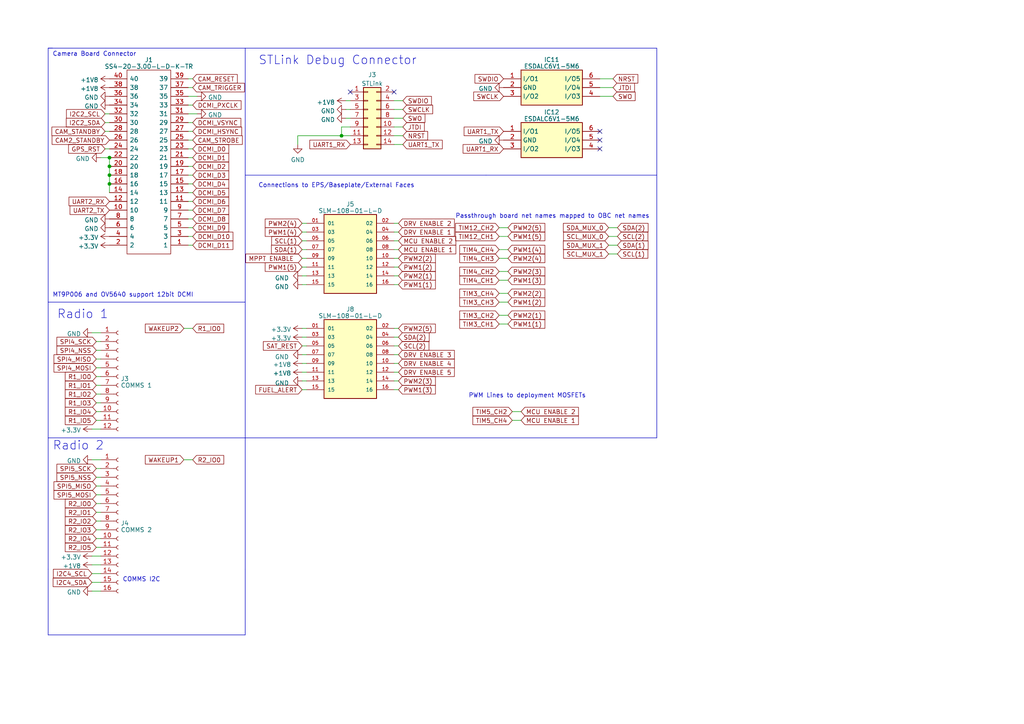
<source format=kicad_sch>
(kicad_sch (version 20230121) (generator eeschema)
  (paper "A4")
  (title_block (title "OBC-Flight") (date "2023-08-07") (rev "Rev0") (company "WIT PicoSat") (comment 1 "By: Kieran Shanley"))
  (lib_symbols
    (symbol "+1V8_1" (power) (pin_names (offset 0))
      (property "Value" "+1V8_1" (at 0 3.556 0))
      (symbol "+1V8_1_0_1"
        (polyline (pts (xy -0.762 1.27) (xy 0 2.54)))
        (polyline (pts (xy 0 0) (xy 0 2.54)))
        (polyline (pts (xy 0 2.54) (xy 0.762 1.27)))
      )
      (symbol "+1V8_1_1_1"
        (pin power_in line (at 0 0 90) (length 0) hide (name "+1V8") (number "1"))
      )
    )
    (symbol "+1V8_2" (power) (pin_names (offset 0))
      (property "Value" "+1V8_2" (at 0 3.556 0))
      (symbol "+1V8_2_0_1"
        (polyline (pts (xy -0.762 1.27) (xy 0 2.54)))
        (polyline (pts (xy 0 0) (xy 0 2.54)))
        (polyline (pts (xy 0 2.54) (xy 0.762 1.27)))
      )
      (symbol "+1V8_2_1_1"
        (pin power_in line (at 0 0 90) (length 0) hide (name "+1V8") (number "1"))
      )
    )
    (symbol "+1V8_3" (power) (pin_names (offset 0))
      (property "Value" "+1V8_3" (at 0 3.556 0))
      (symbol "+1V8_3_0_1"
        (polyline (pts (xy -0.762 1.27) (xy 0 2.54)))
        (polyline (pts (xy 0 0) (xy 0 2.54)))
        (polyline (pts (xy 0 2.54) (xy 0.762 1.27)))
      )
      (symbol "+1V8_3_1_1"
        (pin power_in line (at 0 0 90) (length 0) hide (name "+1V8") (number "1"))
      )
    )
    (symbol "Connector:Conn_01x12_Socket" (pin_names (offset 1.016) hide)
      (property "Reference" "J" (at 0 15.24 0))
      (property "Value" "Conn_01x12_Socket" (at 0 -17.78 0))
      (symbol "Conn_01x12_Socket_1_1"
        (arc (start 0 -14.732) (mid -0.5058 -15.24) (end 0 -15.748) (stroke (width 0.1524)))
        (arc (start 0 -12.192) (mid -0.5058 -12.7) (end 0 -13.208) (stroke (width 0.1524)))
        (arc (start 0 -9.652) (mid -0.5058 -10.16) (end 0 -10.668) (stroke (width 0.1524)))
        (arc (start 0 -7.112) (mid -0.5058 -7.62) (end 0 -8.128) (stroke (width 0.1524)))
        (arc (start 0 -4.572) (mid -0.5058 -5.08) (end 0 -5.588) (stroke (width 0.1524)))
        (arc (start 0 -2.032) (mid -0.5058 -2.54) (end 0 -3.048) (stroke (width 0.1524)))
        (polyline (pts (xy -1.27 -15.24) (xy -0.508 -15.24)) (stroke (width 0.1524)))
        (polyline (pts (xy -1.27 -12.7) (xy -0.508 -12.7)) (stroke (width 0.1524)))
        (polyline (pts (xy -1.27 -10.16) (xy -0.508 -10.16)) (stroke (width 0.1524)))
        (polyline (pts (xy -1.27 -7.62) (xy -0.508 -7.62)) (stroke (width 0.1524)))
        (polyline (pts (xy -1.27 -5.08) (xy -0.508 -5.08)) (stroke (width 0.1524)))
        (polyline (pts (xy -1.27 -2.54) (xy -0.508 -2.54)) (stroke (width 0.1524)))
        (polyline (pts (xy -1.27 0) (xy -0.508 0)) (stroke (width 0.1524)))
        (polyline (pts (xy -1.27 2.54) (xy -0.508 2.54)) (stroke (width 0.1524)))
        (polyline (pts (xy -1.27 5.08) (xy -0.508 5.08)) (stroke (width 0.1524)))
        (polyline (pts (xy -1.27 7.62) (xy -0.508 7.62)) (stroke (width 0.1524)))
        (polyline (pts (xy -1.27 10.16) (xy -0.508 10.16)) (stroke (width 0.1524)))
        (polyline (pts (xy -1.27 12.7) (xy -0.508 12.7)) (stroke (width 0.1524)))
        (arc (start 0 0.508) (mid -0.5058 0) (end 0 -0.508) (stroke (width 0.1524)))
        (arc (start 0 3.048) (mid -0.5058 2.54) (end 0 2.032) (stroke (width 0.1524)))
        (arc (start 0 5.588) (mid -0.5058 5.08) (end 0 4.572) (stroke (width 0.1524)))
        (arc (start 0 8.128) (mid -0.5058 7.62) (end 0 7.112) (stroke (width 0.1524)))
        (arc (start 0 10.668) (mid -0.5058 10.16) (end 0 9.652) (stroke (width 0.1524)))
        (arc (start 0 13.208) (mid -0.5058 12.7) (end 0 12.192) (stroke (width 0.1524)))
        (pin passive line (at -5.08 12.7 0) (length 3.81) (name "Pin_1") (number "1"))
        (pin passive line (at -5.08 -10.16 0) (length 3.81) (name "Pin_10") (number "10"))
        (pin passive line (at -5.08 -12.7 0) (length 3.81) (name "Pin_11") (number "11"))
        (pin passive line (at -5.08 -15.24 0) (length 3.81) (name "Pin_12") (number "12"))
        (pin passive line (at -5.08 10.16 0) (length 3.81) (name "Pin_2") (number "2"))
        (pin passive line (at -5.08 7.62 0) (length 3.81) (name "Pin_3") (number "3"))
        (pin passive line (at -5.08 5.08 0) (length 3.81) (name "Pin_4") (number "4"))
        (pin passive line (at -5.08 2.54 0) (length 3.81) (name "Pin_5") (number "5"))
        (pin passive line (at -5.08 0 0) (length 3.81) (name "Pin_6") (number "6"))
        (pin passive line (at -5.08 -2.54 0) (length 3.81) (name "Pin_7") (number "7"))
        (pin passive line (at -5.08 -5.08 0) (length 3.81) (name "Pin_8") (number "8"))
        (pin passive line (at -5.08 -7.62 0) (length 3.81) (name "Pin_9") (number "9"))
      )
    )
    (symbol "Connector:Conn_01x16_Socket" (pin_names (offset 1.016) hide)
      (property "Reference" "J" (at 0 20.32 0))
      (property "Value" "Conn_01x16_Socket" (at 0 -22.86 0))
      (symbol "Conn_01x16_Socket_1_1"
        (arc (start 0 -19.812) (mid -0.5058 -20.32) (end 0 -20.828) (stroke (width 0.1524)))
        (arc (start 0 -17.272) (mid -0.5058 -17.78) (end 0 -18.288) (stroke (width 0.1524)))
        (arc (start 0 -14.732) (mid -0.5058 -15.24) (end 0 -15.748) (stroke (width 0.1524)))
        (arc (start 0 -12.192) (mid -0.5058 -12.7) (end 0 -13.208) (stroke (width 0.1524)))
        (arc (start 0 -9.652) (mid -0.5058 -10.16) (end 0 -10.668) (stroke (width 0.1524)))
        (arc (start 0 -7.112) (mid -0.5058 -7.62) (end 0 -8.128) (stroke (width 0.1524)))
        (arc (start 0 -4.572) (mid -0.5058 -5.08) (end 0 -5.588) (stroke (width 0.1524)))
        (arc (start 0 -2.032) (mid -0.5058 -2.54) (end 0 -3.048) (stroke (width 0.1524)))
        (polyline (pts (xy -1.27 -20.32) (xy -0.508 -20.32)) (stroke (width 0.1524)))
        (polyline (pts (xy -1.27 -17.78) (xy -0.508 -17.78)) (stroke (width 0.1524)))
        (polyline (pts (xy -1.27 -15.24) (xy -0.508 -15.24)) (stroke (width 0.1524)))
        (polyline (pts (xy -1.27 -12.7) (xy -0.508 -12.7)) (stroke (width 0.1524)))
        (polyline (pts (xy -1.27 -10.16) (xy -0.508 -10.16)) (stroke (width 0.1524)))
        (polyline (pts (xy -1.27 -7.62) (xy -0.508 -7.62)) (stroke (width 0.1524)))
        (polyline (pts (xy -1.27 -5.08) (xy -0.508 -5.08)) (stroke (width 0.1524)))
        (polyline (pts (xy -1.27 -2.54) (xy -0.508 -2.54)) (stroke (width 0.1524)))
        (polyline (pts (xy -1.27 0) (xy -0.508 0)) (stroke (width 0.1524)))
        (polyline (pts (xy -1.27 2.54) (xy -0.508 2.54)) (stroke (width 0.1524)))
        (polyline (pts (xy -1.27 5.08) (xy -0.508 5.08)) (stroke (width 0.1524)))
        (polyline (pts (xy -1.27 7.62) (xy -0.508 7.62)) (stroke (width 0.1524)))
        (polyline (pts (xy -1.27 10.16) (xy -0.508 10.16)) (stroke (width 0.1524)))
        (polyline (pts (xy -1.27 12.7) (xy -0.508 12.7)) (stroke (width 0.1524)))
        (polyline (pts (xy -1.27 15.24) (xy -0.508 15.24)) (stroke (width 0.1524)))
        (polyline (pts (xy -1.27 17.78) (xy -0.508 17.78)) (stroke (width 0.1524)))
        (arc (start 0 0.508) (mid -0.5058 0) (end 0 -0.508) (stroke (width 0.1524)))
        (arc (start 0 3.048) (mid -0.5058 2.54) (end 0 2.032) (stroke (width 0.1524)))
        (arc (start 0 5.588) (mid -0.5058 5.08) (end 0 4.572) (stroke (width 0.1524)))
        (arc (start 0 8.128) (mid -0.5058 7.62) (end 0 7.112) (stroke (width 0.1524)))
        (arc (start 0 10.668) (mid -0.5058 10.16) (end 0 9.652) (stroke (width 0.1524)))
        (arc (start 0 13.208) (mid -0.5058 12.7) (end 0 12.192) (stroke (width 0.1524)))
        (arc (start 0 15.748) (mid -0.5058 15.24) (end 0 14.732) (stroke (width 0.1524)))
        (arc (start 0 18.288) (mid -0.5058 17.78) (end 0 17.272) (stroke (width 0.1524)))
        (pin passive line (at -5.08 17.78 0) (length 3.81) (name "Pin_1") (number "1"))
        (pin passive line (at -5.08 -5.08 0) (length 3.81) (name "Pin_10") (number "10"))
        (pin passive line (at -5.08 -7.62 0) (length 3.81) (name "Pin_11") (number "11"))
        (pin passive line (at -5.08 -10.16 0) (length 3.81) (name "Pin_12") (number "12"))
        (pin passive line (at -5.08 -12.7 0) (length 3.81) (name "Pin_13") (number "13"))
        (pin passive line (at -5.08 -15.24 0) (length 3.81) (name "Pin_14") (number "14"))
        (pin passive line (at -5.08 -17.78 0) (length 3.81) (name "Pin_15") (number "15"))
        (pin passive line (at -5.08 -20.32 0) (length 3.81) (name "Pin_16") (number "16"))
        (pin passive line (at -5.08 15.24 0) (length 3.81) (name "Pin_2") (number "2"))
        (pin passive line (at -5.08 12.7 0) (length 3.81) (name "Pin_3") (number "3"))
        (pin passive line (at -5.08 10.16 0) (length 3.81) (name "Pin_4") (number "4"))
        (pin passive line (at -5.08 7.62 0) (length 3.81) (name "Pin_5") (number "5"))
        (pin passive line (at -5.08 5.08 0) (length 3.81) (name "Pin_6") (number "6"))
        (pin passive line (at -5.08 2.54 0) (length 3.81) (name "Pin_7") (number "7"))
        (pin passive line (at -5.08 0 0) (length 3.81) (name "Pin_8") (number "8"))
        (pin passive line (at -5.08 -2.54 0) (length 3.81) (name "Pin_9") (number "9"))
      )
    )
    (symbol "Connector_Generic:Conn_02x07_Odd_Even" (pin_names (offset 1.016) hide)
      (property "Reference" "J" (at 1.27 10.16 0))
      (property "Value" "Conn_02x07_Odd_Even" (at 1.27 -10.16 0))
      (symbol "Conn_02x07_Odd_Even_1_1"
        (rectangle (start -1.27 -7.493) (end 0 -7.747) (stroke (width 0.1524)))
        (rectangle (start -1.27 -4.953) (end 0 -5.207) (stroke (width 0.1524)))
        (rectangle (start -1.27 -2.413) (end 0 -2.667) (stroke (width 0.1524)))
        (rectangle (start -1.27 0.127) (end 0 -0.127) (stroke (width 0.1524)))
        (rectangle (start -1.27 2.667) (end 0 2.413) (stroke (width 0.1524)))
        (rectangle (start -1.27 5.207) (end 0 4.953) (stroke (width 0.1524)))
        (rectangle (start -1.27 7.747) (end 0 7.493) (stroke (width 0.1524)))
        (rectangle (start -1.27 8.89) (end 3.81 -8.89) (stroke (width 0.254)) (fill (type background)))
        (rectangle (start 3.81 -7.493) (end 2.54 -7.747) (stroke (width 0.1524)))
        (rectangle (start 3.81 -4.953) (end 2.54 -5.207) (stroke (width 0.1524)))
        (rectangle (start 3.81 -2.413) (end 2.54 -2.667) (stroke (width 0.1524)))
        (rectangle (start 3.81 0.127) (end 2.54 -0.127) (stroke (width 0.1524)))
        (rectangle (start 3.81 2.667) (end 2.54 2.413) (stroke (width 0.1524)))
        (rectangle (start 3.81 5.207) (end 2.54 4.953) (stroke (width 0.1524)))
        (rectangle (start 3.81 7.747) (end 2.54 7.493) (stroke (width 0.1524)))
        (pin passive line (at -5.08 7.62 0) (length 3.81) (name "Pin_1") (number "1"))
        (pin passive line (at 7.62 -2.54 180) (length 3.81) (name "Pin_10") (number "10"))
        (pin passive line (at -5.08 -5.08 0) (length 3.81) (name "Pin_11") (number "11"))
        (pin passive line (at 7.62 -5.08 180) (length 3.81) (name "Pin_12") (number "12"))
        (pin passive line (at -5.08 -7.62 0) (length 3.81) (name "Pin_13") (number "13"))
        (pin passive line (at 7.62 -7.62 180) (length 3.81) (name "Pin_14") (number "14"))
        (pin passive line (at 7.62 7.62 180) (length 3.81) (name "Pin_2") (number "2"))
        (pin passive line (at -5.08 5.08 0) (length 3.81) (name "Pin_3") (number "3"))
        (pin passive line (at 7.62 5.08 180) (length 3.81) (name "Pin_4") (number "4"))
        (pin passive line (at -5.08 2.54 0) (length 3.81) (name "Pin_5") (number "5"))
        (pin passive line (at 7.62 2.54 180) (length 3.81) (name "Pin_6") (number "6"))
        (pin passive line (at -5.08 0 0) (length 3.81) (name "Pin_7") (number "7"))
        (pin passive line (at 7.62 0 180) (length 3.81) (name "Pin_8") (number "8"))
        (pin passive line (at -5.08 -2.54 0) (length 3.81) (name "Pin_9") (number "9"))
      )
    )
    (symbol "ESDALC6V1-5M6:ESDALC6V1-5M6"
      (property "Reference" "IC" (at 24.13 7.62 0))
      (property "Value" "ESDALC6V1-5M6" (at 24.13 5.08 0))
      (symbol "ESDALC6V1-5M6_1_1"
        (rectangle (start 5.08 2.54) (end 22.86 -7.62) (stroke (width 0.254)) (fill (type background)))
        (pin passive line (at 0 0 0) (length 5.08) (name "I/O1") (number "1"))
        (pin passive line (at 0 -2.54 0) (length 5.08) (name "GND") (number "2"))
        (pin passive line (at 0 -5.08 0) (length 5.08) (name "I/O2") (number "3"))
        (pin passive line (at 27.94 -5.08 180) (length 5.08) (name "I/O3") (number "4"))
        (pin passive line (at 27.94 -2.54 180) (length 5.08) (name "I/O4") (number "5"))
        (pin passive line (at 27.94 0 180) (length 5.08) (name "I/O5") (number "6"))
      )
    )
    (symbol "SLM-108-01-L-D:SLM-108-01-L-D" (pin_names (offset 1.016))
      (property "Reference" "J" (at -8.12 11.276 0))
      (property "Value" "SLM-108-01-L-D" (at -7.62 -15.24 0))
      (symbol "SLM-108-01-L-D_0_0"
        (rectangle (start -7.62 -12.7) (end 7.62 10.16) (stroke (width 0.254)) (fill (type background)))
        (pin passive line (at -12.7 7.62 0) (length 5.08) (name "01") (number "01"))
        (pin passive line (at 12.7 7.62 180) (length 5.08) (name "02") (number "02"))
        (pin passive line (at -12.7 5.08 0) (length 5.08) (name "03") (number "03"))
        (pin passive line (at 12.7 5.08 180) (length 5.08) (name "04") (number "04"))
        (pin passive line (at -12.7 2.54 0) (length 5.08) (name "05") (number "05"))
        (pin passive line (at 12.7 2.54 180) (length 5.08) (name "06") (number "06"))
        (pin passive line (at -12.7 0 0) (length 5.08) (name "07") (number "07"))
        (pin passive line (at 12.7 0 180) (length 5.08) (name "08") (number "08"))
        (pin passive line (at -12.7 -2.54 0) (length 5.08) (name "09") (number "09"))
        (pin passive line (at 12.7 -2.54 180) (length 5.08) (name "10") (number "10"))
        (pin passive line (at -12.7 -5.08 0) (length 5.08) (name "11") (number "11"))
        (pin passive line (at 12.7 -5.08 180) (length 5.08) (name "12") (number "12"))
        (pin passive line (at -12.7 -7.62 0) (length 5.08) (name "13") (number "13"))
        (pin passive line (at 12.7 -7.62 180) (length 5.08) (name "14") (number "14"))
        (pin passive line (at -12.7 -10.16 0) (length 5.08) (name "15") (number "15"))
        (pin passive line (at 12.7 -10.16 180) (length 5.08) (name "16") (number "16"))
      )
    )
    (symbol "SS4-20-3.00-L-D-K-TR:SS4-20-3.00-L-D-K-TR" (pin_names (offset 0.762))
      (property "Reference" "J" (at 19.05 7.62 0))
      (property "Value" "SS4-20-3.00-L-D-K-TR" (at 19.05 5.08 0))
      (symbol "SS4-20-3.00-L-D-K-TR_0_0"
        (pin passive line (at 22.86 -48.26 180) (length 5.08) (name "1") (number "1"))
        (pin passive line (at 0 -38.1 0) (length 5.08) (name "10") (number "10"))
        (pin passive line (at 22.86 -35.56 180) (length 5.08) (name "11") (number "11"))
        (pin passive line (at 0 -35.56 0) (length 5.08) (name "12") (number "12"))
        (pin passive line (at 22.86 -33.02 180) (length 5.08) (name "13") (number "13"))
        (pin passive line (at 0 -33.02 0) (length 5.08) (name "14") (number "14"))
        (pin passive line (at 22.86 -30.48 180) (length 5.08) (name "15") (number "15"))
        (pin passive line (at 0 -30.48 0) (length 5.08) (name "16") (number "16"))
        (pin passive line (at 22.86 -27.94 180) (length 5.08) (name "17") (number "17"))
        (pin passive line (at 0 -27.94 0) (length 5.08) (name "18") (number "18"))
        (pin passive line (at 22.86 -25.4 180) (length 5.08) (name "19") (number "19"))
        (pin passive line (at 0 -48.26 0) (length 5.08) (name "2") (number "2"))
        (pin passive line (at 0 -25.4 0) (length 5.08) (name "20") (number "20"))
        (pin passive line (at 22.86 -22.86 180) (length 5.08) (name "21") (number "21"))
        (pin passive line (at 0 -22.86 0) (length 5.08) (name "22") (number "22"))
        (pin passive line (at 22.86 -20.32 180) (length 5.08) (name "23") (number "23"))
        (pin passive line (at 0 -20.32 0) (length 5.08) (name "24") (number "24"))
        (pin passive line (at 22.86 -17.78 180) (length 5.08) (name "25") (number "25"))
        (pin passive line (at 0 -17.78 0) (length 5.08) (name "26") (number "26"))
        (pin passive line (at 22.86 -15.24 180) (length 5.08) (name "27") (number "27"))
        (pin passive line (at 0 -15.24 0) (length 5.08) (name "28") (number "28"))
        (pin passive line (at 22.86 -12.7 180) (length 5.08) (name "29") (number "29"))
        (pin passive line (at 22.86 -45.72 180) (length 5.08) (name "3") (number "3"))
        (pin passive line (at 0 -12.7 0) (length 5.08) (name "30") (number "30"))
        (pin passive line (at 22.86 -10.16 180) (length 5.08) (name "31") (number "31"))
        (pin passive line (at 0 -10.16 0) (length 5.08) (name "32") (number "32"))
        (pin passive line (at 22.86 -7.62 180) (length 5.08) (name "33") (number "33"))
        (pin passive line (at 0 -7.62 0) (length 5.08) (name "34") (number "34"))
        (pin passive line (at 22.86 -5.08 180) (length 5.08) (name "35") (number "35"))
        (pin passive line (at 0 -5.08 0) (length 5.08) (name "36") (number "36"))
        (pin passive line (at 22.86 -2.54 180) (length 5.08) (name "37") (number "37"))
        (pin passive line (at 0 -2.54 0) (length 5.08) (name "38") (number "38"))
        (pin passive line (at 22.86 0 180) (length 5.08) (name "39") (number "39"))
        (pin passive line (at 0 -45.72 0) (length 5.08) (name "4") (number "4"))
        (pin passive line (at 0 0 0) (length 5.08) (name "40") (number "40"))
        (pin passive line (at 22.86 -43.18 180) (length 5.08) (name "5") (number "5"))
        (pin passive line (at 0 -43.18 0) (length 5.08) (name "6") (number "6"))
        (pin passive line (at 22.86 -40.64 180) (length 5.08) (name "7") (number "7"))
        (pin passive line (at 0 -40.64 0) (length 5.08) (name "8") (number "8"))
        (pin passive line (at 22.86 -38.1 180) (length 5.08) (name "9") (number "9"))
      )
      (symbol "SS4-20-3.00-L-D-K-TR_0_1"
        (polyline (pts (xy 5.08 2.54) (xy 17.78 2.54) (xy 17.78 -50.8) (xy 5.08 -50.8) (xy 5.08 2.54)) (stroke (width 0.1524)))
      )
    )
    (symbol "power:+1V8" (power) (pin_names (offset 0))
      (property "Value" "+1V8" (at 0 3.556 0))
      (symbol "+1V8_0_1"
        (polyline (pts (xy -0.762 1.27) (xy 0 2.54)))
        (polyline (pts (xy 0 0) (xy 0 2.54)))
        (polyline (pts (xy 0 2.54) (xy 0.762 1.27)))
      )
      (symbol "+1V8_1_1"
        (pin power_in line (at 0 0 90) (length 0) hide (name "+1V8") (number "1"))
      )
    )
    (symbol "power:+3.3V" (power) (pin_names (offset 0))
      (property "Value" "+3.3V" (at 0 3.556 0))
      (symbol "+3.3V_0_1"
        (polyline (pts (xy -0.762 1.27) (xy 0 2.54)))
        (polyline (pts (xy 0 0) (xy 0 2.54)))
        (polyline (pts (xy 0 2.54) (xy 0.762 1.27)))
      )
      (symbol "+3.3V_1_1"
        (pin power_in line (at 0 0 90) (length 0) hide (name "+3.3V") (number "1"))
      )
    )
    (symbol "power:GND" (power) (pin_names (offset 0))
      (property "Value" "GND" (at 0 -3.81 0))
      (symbol "GND_0_1"
        (polyline (pts (xy 0 0) (xy 0 -1.27) (xy 1.27 -1.27) (xy 0 -2.54) (xy -1.27 -1.27) (xy 0 -1.27)))
      )
      (symbol "GND_1_1"
        (pin power_in line (at 0 0 270) (length 0) hide (name "GND") (number "1"))
      )
    )
  )
  (junction (at 31.75 50.8))
  (junction (at 31.75 53.34))
  (junction (at 31.75 45.72))
  (junction (at 31.75 48.26))
  (junction (at 99.06 39.37))
  (no_connect (at 114.3 26.67))
  (no_connect (at 173.99 43.18))
  (no_connect (at 101.6 26.67))
  (no_connect (at 173.99 40.64))
  (no_connect (at 173.99 38.1))
  (wire (pts (xy 87.63 110.49) (xy 88.9 110.49)))
  (polyline (pts (xy 140.97 50.8) (xy 71.12 50.8)))
  (wire (pts (xy 86.36 39.37) (xy 99.06 39.37)))
  (wire (pts (xy 115.57 107.95) (xy 114.3 107.95)))
  (wire (pts (xy 115.57 105.41) (xy 114.3 105.41)))
  (polyline (pts (xy 71.12 165.1) (xy 71.12 184.15)))
  (wire (pts (xy 26.67 163.83) (xy 29.21 163.83)))
  (wire (pts (xy 86.36 39.37) (xy 86.36 41.91)))
  (wire (pts (xy 55.88 25.4) (xy 54.61 25.4)))
  (wire (pts (xy 55.88 58.42) (xy 54.61 58.42)))
  (wire (pts (xy 101.6 34.29) (xy 100.33 34.29)))
  (wire (pts (xy 55.88 60.96) (xy 54.61 60.96)))
  (polyline (pts (xy 71.12 13.97) (xy 190.5 13.97)))
  (wire (pts (xy 55.88 40.64) (xy 54.61 40.64)))
  (wire (pts (xy 176.53 71.12) (xy 179.07 71.12)))
  (wire (pts (xy 115.57 80.01) (xy 114.3 80.01)))
  (wire (pts (xy 87.63 69.85) (xy 88.9 69.85)))
  (wire (pts (xy 31.75 45.72) (xy 31.75 48.26)))
  (wire (pts (xy 87.63 97.79) (xy 88.9 97.79)))
  (wire (pts (xy 26.67 161.29) (xy 29.21 161.29)))
  (polyline (pts (xy 13.97 87.63) (xy 13.97 127)))
  (wire (pts (xy 26.67 124.46) (xy 29.21 124.46)))
  (wire (pts (xy 87.63 77.47) (xy 88.9 77.47)))
  (polyline (pts (xy 71.12 184.15) (xy 13.97 184.15)))
  (wire (pts (xy 27.94 135.89) (xy 29.21 135.89)))
  (wire (pts (xy 115.57 77.47) (xy 114.3 77.47)))
  (wire (pts (xy 26.67 168.91) (xy 29.21 168.91)))
  (polyline (pts (xy 71.12 127) (xy 71.12 87.63)))
  (wire (pts (xy 114.3 41.91) (xy 116.84 41.91)))
  (wire (pts (xy 30.48 43.18) (xy 31.75 43.18)))
  (wire (pts (xy 115.57 72.39) (xy 114.3 72.39)))
  (wire (pts (xy 173.99 27.94) (xy 177.8 27.94)))
  (wire (pts (xy 176.53 68.58) (xy 179.07 68.58)))
  (wire (pts (xy 144.78 81.28) (xy 147.32 81.28)))
  (polyline (pts (xy 190.5 13.97) (xy 190.5 50.8)))
  (wire (pts (xy 99.06 39.37) (xy 101.6 39.37)))
  (wire (pts (xy 99.06 36.83) (xy 99.06 39.37)))
  (wire (pts (xy 27.94 101.6) (xy 29.21 101.6)))
  (wire (pts (xy 144.78 78.74) (xy 147.32 78.74)))
  (wire (pts (xy 55.88 53.34) (xy 54.61 53.34)))
  (polyline (pts (xy 190.5 127) (xy 190.5 50.8)))
  (wire (pts (xy 144.78 68.58) (xy 147.32 68.58)))
  (wire (pts (xy 27.94 140.97) (xy 29.21 140.97)))
  (wire (pts (xy 144.78 87.63) (xy 147.32 87.63)))
  (wire (pts (xy 176.53 66.04) (xy 179.07 66.04)))
  (wire (pts (xy 148.59 119.38) (xy 151.13 119.38)))
  (wire (pts (xy 54.61 27.94) (xy 57.15 27.94)))
  (wire (pts (xy 87.63 72.39) (xy 88.9 72.39)))
  (polyline (pts (xy 13.97 13.97) (xy 71.12 13.97)))
  (polyline (pts (xy 190.5 50.8) (xy 140.97 50.8)))
  (wire (pts (xy 87.63 100.33) (xy 88.9 100.33)))
  (wire (pts (xy 27.94 151.13) (xy 29.21 151.13)))
  (wire (pts (xy 115.57 102.87) (xy 114.3 102.87)))
  (wire (pts (xy 55.88 38.1) (xy 54.61 38.1)))
  (wire (pts (xy 87.63 80.01) (xy 88.9 80.01)))
  (wire (pts (xy 55.88 43.18) (xy 54.61 43.18)))
  (wire (pts (xy 100.33 29.21) (xy 101.6 29.21)))
  (polyline (pts (xy 13.97 127) (xy 13.97 165.1)))
  (wire (pts (xy 55.88 50.8) (xy 54.61 50.8)))
  (wire (pts (xy 115.57 67.31) (xy 114.3 67.31)))
  (polyline (pts (xy 71.12 87.63) (xy 13.97 87.63)))
  (wire (pts (xy 27.94 138.43) (xy 29.21 138.43)))
  (wire (pts (xy 87.63 107.95) (xy 88.9 107.95)))
  (wire (pts (xy 27.94 148.59) (xy 29.21 148.59)))
  (wire (pts (xy 116.84 36.83) (xy 114.3 36.83)))
  (wire (pts (xy 116.84 34.29) (xy 114.3 34.29)))
  (wire (pts (xy 26.67 96.52) (xy 29.21 96.52)))
  (wire (pts (xy 115.57 95.25) (xy 114.3 95.25)))
  (wire (pts (xy 115.57 64.77) (xy 114.3 64.77)))
  (wire (pts (xy 115.57 110.49) (xy 114.3 110.49)))
  (polyline (pts (xy 13.97 13.97) (xy 15.24 13.97)))
  (wire (pts (xy 30.48 35.56) (xy 31.75 35.56)))
  (wire (pts (xy 55.88 68.58) (xy 54.61 68.58)))
  (polyline (pts (xy 13.97 184.15) (xy 13.97 165.1)))
  (polyline (pts (xy 13.97 127) (xy 71.12 127)))
  (wire (pts (xy 26.67 166.37) (xy 29.21 166.37)))
  (wire (pts (xy 116.84 29.21) (xy 114.3 29.21)))
  (wire (pts (xy 27.94 104.14) (xy 29.21 104.14)))
  (wire (pts (xy 101.6 31.75) (xy 100.33 31.75)))
  (wire (pts (xy 55.88 55.88) (xy 54.61 55.88)))
  (wire (pts (xy 173.99 25.4) (xy 177.8 25.4)))
  (wire (pts (xy 27.94 116.84) (xy 29.21 116.84)))
  (wire (pts (xy 173.99 22.86) (xy 177.8 22.86)))
  (wire (pts (xy 115.57 69.85) (xy 114.3 69.85)))
  (wire (pts (xy 31.75 50.8) (xy 31.75 53.34)))
  (wire (pts (xy 87.63 67.31) (xy 88.9 67.31)))
  (wire (pts (xy 115.57 113.03) (xy 114.3 113.03)))
  (wire (pts (xy 26.67 171.45) (xy 29.21 171.45)))
  (wire (pts (xy 148.59 121.92) (xy 151.13 121.92)))
  (wire (pts (xy 29.21 45.72) (xy 31.75 45.72)))
  (wire (pts (xy 54.61 33.02) (xy 57.15 33.02)))
  (wire (pts (xy 26.67 133.35) (xy 29.21 133.35)))
  (wire (pts (xy 27.94 143.51) (xy 29.21 143.51)))
  (wire (pts (xy 101.6 36.83) (xy 99.06 36.83)))
  (wire (pts (xy 144.78 93.98) (xy 147.32 93.98)))
  (wire (pts (xy 55.88 66.04) (xy 54.61 66.04)))
  (wire (pts (xy 27.94 146.05) (xy 29.21 146.05)))
  (wire (pts (xy 115.57 82.55) (xy 114.3 82.55)))
  (wire (pts (xy 87.63 64.77) (xy 88.9 64.77)))
  (wire (pts (xy 27.94 99.06) (xy 29.21 99.06)))
  (wire (pts (xy 87.63 95.25) (xy 88.9 95.25)))
  (wire (pts (xy 144.78 74.93) (xy 147.32 74.93)))
  (wire (pts (xy 27.94 119.38) (xy 29.21 119.38)))
  (wire (pts (xy 87.63 82.55) (xy 88.9 82.55)))
  (wire (pts (xy 55.88 45.72) (xy 54.61 45.72)))
  (wire (pts (xy 27.94 109.22) (xy 29.21 109.22)))
  (wire (pts (xy 87.63 105.41) (xy 88.9 105.41)))
  (wire (pts (xy 55.88 35.56) (xy 54.61 35.56)))
  (wire (pts (xy 27.94 121.92) (xy 29.21 121.92)))
  (wire (pts (xy 30.48 33.02) (xy 31.75 33.02)))
  (wire (pts (xy 115.57 100.33) (xy 114.3 100.33)))
  (wire (pts (xy 55.88 48.26) (xy 54.61 48.26)))
  (wire (pts (xy 53.34 95.25) (xy 55.88 95.25)))
  (wire (pts (xy 114.3 39.37) (xy 116.84 39.37)))
  (wire (pts (xy 55.88 63.5) (xy 54.61 63.5)))
  (wire (pts (xy 54.61 30.48) (xy 55.88 30.48)))
  (polyline (pts (xy 71.12 165.1) (xy 71.12 127)))
  (wire (pts (xy 87.63 74.93) (xy 88.9 74.93)))
  (wire (pts (xy 27.94 114.3) (xy 29.21 114.3)))
  (wire (pts (xy 55.88 22.86) (xy 54.61 22.86)))
  (wire (pts (xy 27.94 158.75) (xy 29.21 158.75)))
  (wire (pts (xy 87.63 102.87) (xy 88.9 102.87)))
  (wire (pts (xy 144.78 85.09) (xy 147.32 85.09)))
  (wire (pts (xy 116.84 31.75) (xy 114.3 31.75)))
  (wire (pts (xy 115.57 97.79) (xy 114.3 97.79)))
  (wire (pts (xy 176.53 73.66) (xy 179.07 73.66)))
  (wire (pts (xy 87.63 113.03) (xy 88.9 113.03)))
  (wire (pts (xy 53.34 133.35) (xy 55.88 133.35)))
  (polyline (pts (xy 13.97 87.63) (xy 13.97 13.97)))
  (wire (pts (xy 55.88 71.12) (xy 54.61 71.12)))
  (wire (pts (xy 30.48 38.1) (xy 31.75 38.1)))
  (wire (pts (xy 27.94 156.21) (xy 29.21 156.21)))
  (wire (pts (xy 27.94 111.76) (xy 29.21 111.76)))
  (wire (pts (xy 27.94 106.68) (xy 29.21 106.68)))
  (polyline (pts (xy 190.5 127) (xy 71.12 127)))
  (wire (pts (xy 115.57 74.93) (xy 114.3 74.93)))
  (wire (pts (xy 31.75 53.34) (xy 31.75 55.88)))
  (wire (pts (xy 144.78 91.44) (xy 147.32 91.44)))
  (wire (pts (xy 27.94 153.67) (xy 29.21 153.67)))
  (wire (pts (xy 144.78 66.04) (xy 147.32 66.04)))
  (wire (pts (xy 144.78 72.39) (xy 147.32 72.39)))
  (polyline (pts (xy 71.12 13.97) (xy 71.12 87.63)))
  (wire (pts (xy 31.75 48.26) (xy 31.75 50.8)))
  (text "Radio 2" (at 15.24 130.81 0) (effects (font (size 2.5 2.5)) (justify left bottom)))
  (text "Passthrough board net names mapped to OBC net names" (at 132.08 63.5 0) (effects (font (size 1.27 1.27)) (justify left bottom)))
  (text "Connections to EPS/Baseplate/External Faces\n" (at 74.93 54.61 0) (effects (font (size 1.27 1.27)) (justify left bottom)))
  (text "PWM Lines to deployment MOSFETs" (at 135.89 115.57 0) (effects (font (size 1.27 1.27)) (justify left bottom)))
  (text "Radio 1" (at 16.51 92.71 0) (effects (font (size 2.5 2.5)) (justify left bottom)))
  (text "Camera Board Connector" (at 15.24 16.51 0) (effects (font (size 1.27 1.27)) (justify left bottom)))
  (text "COMMS I2C" (at 35.56 168.91 0) (effects (font (size 1.27 1.27)) (justify left bottom)))
  (text "MT9P006 and OV5640 support 12bit DCMI" (at 15.24 86.36 0) (effects (font (size 1.27 1.27)) (justify left bottom)))
  (text "STLink Debug Connector\n" (at 74.93 19.05 0) (effects (font (size 2.5 2.5)) (justify left bottom)))
  (global_label "PWM2(5)" (shape input) (at 147.32 66.04 0) (property "Intersheetrefs" "${INTERSHEET_REFS}" (effects hide)))
  (global_label "SCL(1)" (shape input) (at 87.63 69.85 180) (property "Intersheetrefs" "${INTERSHEET_REFS}" (effects hide)))
  (global_label "DCMI_D11" (shape input) (at 55.88 71.12 0) (property "Intersheetrefs" "${INTERSHEET_REFS}" (effects hide)))
  (global_label "CAM_STROBE" (shape input) (at 55.88 40.64 0) (property "Intersheetrefs" "${INTERSHEET_REFS}" (effects hide)))
  (global_label "CAM_STANDBY" (shape input) (at 30.48 38.1 180) (property "Intersheetrefs" "${INTERSHEET_REFS}" (effects hide)))
  (global_label "DCMI_D3" (shape input) (at 55.88 50.8 0) (property "Intersheetrefs" "${INTERSHEET_REFS}" (effects hide)))
  (global_label "DCMI_D5" (shape input) (at 55.88 55.88 0) (property "Intersheetrefs" "${INTERSHEET_REFS}" (effects hide)))
  (global_label "PWM2(2)" (shape input) (at 147.32 85.09 0) (property "Intersheetrefs" "${INTERSHEET_REFS}" (effects hide)))
  (global_label "DCMI_D7" (shape input) (at 55.88 60.96 0) (property "Intersheetrefs" "${INTERSHEET_REFS}" (effects hide)))
  (global_label "NRST" (shape input) (at 116.84 39.37 0) (property "Intersheetrefs" "${INTERSHEET_REFS}" (effects hide)))
  (global_label "PWM1(1)" (shape input) (at 115.57 82.55 0) (property "Intersheetrefs" "${INTERSHEET_REFS}" (effects hide)))
  (global_label "DRV ENABLE 1" (shape input) (at 115.57 67.31 0) (property "Intersheetrefs" "${INTERSHEET_REFS}" (effects hide)))
  (global_label "DCMI_D1" (shape input) (at 55.88 45.72 0) (property "Intersheetrefs" "${INTERSHEET_REFS}" (effects hide)))
  (global_label "PWM2(1)" (shape input) (at 115.57 80.01 0) (property "Intersheetrefs" "${INTERSHEET_REFS}" (effects hide)))
  (global_label "TIM4_CH2" (shape input) (at 144.78 78.74 180) (property "Intersheetrefs" "${INTERSHEET_REFS}" (effects hide)))
  (global_label "R1_IO0" (shape input) (at 27.94 109.22 180) (property "Intersheetrefs" "${INTERSHEET_REFS}" (effects hide)))
  (global_label "SDA(2)" (shape input) (at 115.57 97.79 0) (property "Intersheetrefs" "${INTERSHEET_REFS}" (effects hide)))
  (global_label "PWM1(2)" (shape input) (at 147.32 87.63 0) (property "Intersheetrefs" "${INTERSHEET_REFS}" (effects hide)))
  (global_label "MCU ENABLE 2" (shape input) (at 115.57 69.85 0) (property "Intersheetrefs" "${INTERSHEET_REFS}" (effects hide)))
  (global_label "PWM1(4)" (shape input) (at 87.63 67.31 180) (property "Intersheetrefs" "${INTERSHEET_REFS}" (effects hide)))
  (global_label "JTDI" (shape input) (at 177.8 25.4 0) (property "Intersheetrefs" "${INTERSHEET_REFS}" (effects hide)))
  (global_label "I2C2_SDA" (shape input) (at 30.48 35.56 180) (property "Intersheetrefs" "${INTERSHEET_REFS}" (effects hide)))
  (global_label "DRV ENABLE 4" (shape input) (at 115.57 105.41 0) (property "Intersheetrefs" "${INTERSHEET_REFS}" (effects hide)))
  (global_label "R2_IO5" (shape input) (at 27.94 158.75 180) (property "Intersheetrefs" "${INTERSHEET_REFS}" (effects hide)))
  (global_label "MCU ENABLE 1" (shape input) (at 151.13 121.92 0) (property "Intersheetrefs" "${INTERSHEET_REFS}" (effects hide)))
  (global_label "DCMI_D10" (shape input) (at 55.88 68.58 0) (property "Intersheetrefs" "${INTERSHEET_REFS}" (effects hide)))
  (global_label "TIM4_CH4" (shape input) (at 144.78 72.39 180) (property "Intersheetrefs" "${INTERSHEET_REFS}" (effects hide)))
  (global_label "SAT_REST" (shape input) (at 87.63 100.33 180) (property "Intersheetrefs" "${INTERSHEET_REFS}" (effects hide)))
  (global_label "SDA(1)" (shape input) (at 87.63 72.39 180) (property "Intersheetrefs" "${INTERSHEET_REFS}" (effects hide)))
  (global_label "PWM1(3)" (shape input) (at 115.57 113.03 0) (property "Intersheetrefs" "${INTERSHEET_REFS}" (effects hide)))
  (global_label "R1_IO4" (shape input) (at 27.94 119.38 180) (property "Intersheetrefs" "${INTERSHEET_REFS}" (effects hide)))
  (global_label "DCMI_D8" (shape input) (at 55.88 63.5 0) (property "Intersheetrefs" "${INTERSHEET_REFS}" (effects hide)))
  (global_label "TIM3_CH3" (shape input) (at 144.78 87.63 180) (property "Intersheetrefs" "${INTERSHEET_REFS}" (effects hide)))
  (global_label "DRV ENABLE 5" (shape input) (at 115.57 107.95 0) (property "Intersheetrefs" "${INTERSHEET_REFS}" (effects hide)))
  (global_label "SWCLK" (shape input) (at 146.05 27.94 180) (property "Intersheetrefs" "${INTERSHEET_REFS}" (effects hide)))
  (global_label "SPI4_MISO" (shape input) (at 27.94 104.14 180) (property "Intersheetrefs" "${INTERSHEET_REFS}" (effects hide)))
  (global_label "PWM2(2)" (shape input) (at 115.57 74.93 0) (property "Intersheetrefs" "${INTERSHEET_REFS}" (effects hide)))
  (global_label "SCL_MUX_0" (shape input) (at 176.53 68.58 180) (property "Intersheetrefs" "${INTERSHEET_REFS}" (effects hide)))
  (global_label "DCMI_D9" (shape input) (at 55.88 66.04 0) (property "Intersheetrefs" "${INTERSHEET_REFS}" (effects hide)))
  (global_label "R1_IO2" (shape input) (at 27.94 114.3 180) (property "Intersheetrefs" "${INTERSHEET_REFS}" (effects hide)))
  (global_label "SDA_MUX_1" (shape input) (at 176.53 71.12 180) (property "Intersheetrefs" "${INTERSHEET_REFS}" (effects hide)))
  (global_label "R2_IO0" (shape input) (at 55.88 133.35 0) (property "Intersheetrefs" "${INTERSHEET_REFS}" (effects hide)))
  (global_label "PWM2(5)" (shape input) (at 115.57 95.25 0) (property "Intersheetrefs" "${INTERSHEET_REFS}" (effects hide)))
  (global_label "PWM1(1)" (shape input) (at 147.32 93.98 0) (property "Intersheetrefs" "${INTERSHEET_REFS}" (effects hide)))
  (global_label "NRST" (shape input) (at 177.8 22.86 0) (property "Intersheetrefs" "${INTERSHEET_REFS}" (effects hide)))
  (global_label "SWCLK" (shape input) (at 116.84 31.75 0) (property "Intersheetrefs" "${INTERSHEET_REFS}" (effects hide)))
  (global_label "JTDI" (shape input) (at 116.84 36.83 0) (property "Intersheetrefs" "${INTERSHEET_REFS}" (effects hide)))
  (global_label "TIM5_CH4" (shape input) (at 148.59 121.92 180) (property "Intersheetrefs" "${INTERSHEET_REFS}" (effects hide)))
  (global_label "PWM2(4)" (shape input) (at 87.63 64.77 180) (property "Intersheetrefs" "${INTERSHEET_REFS}" (effects hide)))
  (global_label "MPPT ENABLE " (shape input) (at 87.63 74.93 180) (property "Intersheetrefs" "${INTERSHEET_REFS}" (effects hide)))
  (global_label "WAKEUP1" (shape input) (at 53.34 133.35 180) (property "Intersheetrefs" "${INTERSHEET_REFS}" (effects hide)))
  (global_label "R1_IO3" (shape input) (at 27.94 116.84 180) (property "Intersheetrefs" "${INTERSHEET_REFS}" (effects hide)))
  (global_label "MCU ENABLE 2" (shape input) (at 151.13 119.38 0) (property "Intersheetrefs" "${INTERSHEET_REFS}" (effects hide)))
  (global_label "DCMI_D6" (shape input) (at 55.88 58.42 0) (property "Intersheetrefs" "${INTERSHEET_REFS}" (effects hide)))
  (global_label "FUEL_ALERT" (shape input) (at 87.63 113.03 180) (property "Intersheetrefs" "${INTERSHEET_REFS}" (effects hide)))
  (global_label "SDA_MUX_0" (shape input) (at 176.53 66.04 180) (property "Intersheetrefs" "${INTERSHEET_REFS}" (effects hide)))
  (global_label "PWM2(3)" (shape input) (at 115.57 110.49 0) (property "Intersheetrefs" "${INTERSHEET_REFS}" (effects hide)))
  (global_label "SCL(2)" (shape input) (at 179.07 68.58 0) (property "Intersheetrefs" "${INTERSHEET_REFS}" (effects hide)))
  (global_label "TIM5_CH2" (shape input) (at 148.59 119.38 180) (property "Intersheetrefs" "${INTERSHEET_REFS}" (effects hide)))
  (global_label "SPI4_NSS" (shape input) (at 27.94 101.6 180) (property "Intersheetrefs" "${INTERSHEET_REFS}" (effects hide)))
  (global_label "DCMI_VSYNC" (shape input) (at 55.88 35.56 0) (property "Intersheetrefs" "${INTERSHEET_REFS}" (effects hide)))
  (global_label "PWM2(4)" (shape input) (at 147.32 74.93 0) (property "Intersheetrefs" "${INTERSHEET_REFS}" (effects hide)))
  (global_label "UART2_TX" (shape input) (at 31.75 60.96 180) (property "Intersheetrefs" "${INTERSHEET_REFS}" (effects hide)))
  (global_label "GPS_RST" (shape input) (at 30.48 43.18 180) (property "Intersheetrefs" "${INTERSHEET_REFS}" (effects hide)))
  (global_label "UART1_RX" (shape input) (at 146.05 43.18 180) (property "Intersheetrefs" "${INTERSHEET_REFS}" (effects hide)))
  (global_label "CAM2_STANDBY" (shape input) (at 31.75 40.64 180) (property "Intersheetrefs" "${INTERSHEET_REFS}" (effects hide)))
  (global_label "SWDIO" (shape input) (at 116.84 29.21 0) (property "Intersheetrefs" "${INTERSHEET_REFS}" (effects hide)))
  (global_label "SPI5_MISO" (shape input) (at 27.94 140.97 180) (property "Intersheetrefs" "${INTERSHEET_REFS}" (effects hide)))
  (global_label "DCMI_D2" (shape input) (at 55.88 48.26 0) (property "Intersheetrefs" "${INTERSHEET_REFS}" (effects hide)))
  (global_label "R1_IO0" (shape input) (at 55.88 95.25 0) (property "Intersheetrefs" "${INTERSHEET_REFS}" (effects hide)))
  (global_label "PWM2(3)" (shape input) (at 147.32 78.74 0) (property "Intersheetrefs" "${INTERSHEET_REFS}" (effects hide)))
  (global_label "SCL_MUX_1" (shape input) (at 176.53 73.66 180) (property "Intersheetrefs" "${INTERSHEET_REFS}" (effects hide)))
  (global_label "DCMI_D0" (shape input) (at 55.88 43.18 0) (property "Intersheetrefs" "${INTERSHEET_REFS}" (effects hide)))
  (global_label "SPI4_SCK" (shape input) (at 27.94 99.06 180) (property "Intersheetrefs" "${INTERSHEET_REFS}" (effects hide)))
  (global_label "SPI5_SCK" (shape input) (at 27.94 135.89 180) (property "Intersheetrefs" "${INTERSHEET_REFS}" (effects hide)))
  (global_label "R2_IO2" (shape input) (at 27.94 151.13 180) (property "Intersheetrefs" "${INTERSHEET_REFS}" (effects hide)))
  (global_label "SDA(1)" (shape input) (at 179.07 71.12 0) (property "Intersheetrefs" "${INTERSHEET_REFS}" (effects hide)))
  (global_label "UART2_RX" (shape input) (at 31.75 58.42 180) (property "Intersheetrefs" "${INTERSHEET_REFS}" (effects hide)))
  (global_label "PWM1(4)" (shape input) (at 147.32 72.39 0) (property "Intersheetrefs" "${INTERSHEET_REFS}" (effects hide)))
  (global_label "DCMI_D4" (shape input) (at 55.88 53.34 0) (property "Intersheetrefs" "${INTERSHEET_REFS}" (effects hide)))
  (global_label "SWDIO" (shape input) (at 146.05 22.86 180) (property "Intersheetrefs" "${INTERSHEET_REFS}" (effects hide)))
  (global_label "SDA(2)" (shape input) (at 179.07 66.04 0) (property "Intersheetrefs" "${INTERSHEET_REFS}" (effects hide)))
  (global_label "I2C2_SCL" (shape input) (at 30.48 33.02 180) (property "Intersheetrefs" "${INTERSHEET_REFS}" (effects hide)))
  (global_label "PWM1(3)" (shape input) (at 147.32 81.28 0) (property "Intersheetrefs" "${INTERSHEET_REFS}" (effects hide)))
  (global_label "TIM12_CH2" (shape input) (at 144.78 66.04 180) (property "Intersheetrefs" "${INTERSHEET_REFS}" (effects hide)))
  (global_label "PWM2(1)" (shape input) (at 147.32 91.44 0) (property "Intersheetrefs" "${INTERSHEET_REFS}" (effects hide)))
  (global_label "SWO" (shape input) (at 177.8 27.94 0) (property "Intersheetrefs" "${INTERSHEET_REFS}" (effects hide)))
  (global_label "R1_IO5" (shape input) (at 27.94 121.92 180) (property "Intersheetrefs" "${INTERSHEET_REFS}" (effects hide)))
  (global_label "R2_IO4" (shape input) (at 27.94 156.21 180) (property "Intersheetrefs" "${INTERSHEET_REFS}" (effects hide)))
  (global_label "TIM4_CH3" (shape input) (at 144.78 74.93 180) (property "Intersheetrefs" "${INTERSHEET_REFS}" (effects hide)))
  (global_label "DCMI_HSYNC" (shape input) (at 55.88 38.1 0) (property "Intersheetrefs" "${INTERSHEET_REFS}" (effects hide)))
  (global_label "SPI5_MOSI" (shape input) (at 27.94 143.51 180) (property "Intersheetrefs" "${INTERSHEET_REFS}" (effects hide)))
  (global_label "UART1_TX" (shape input) (at 146.05 38.1 180) (property "Intersheetrefs" "${INTERSHEET_REFS}" (effects hide)))
  (global_label "I2C4_SCL" (shape input) (at 26.67 166.37 180) (property "Intersheetrefs" "${INTERSHEET_REFS}" (effects hide)))
  (global_label "PWM1(5)" (shape input) (at 147.32 68.58 0) (property "Intersheetrefs" "${INTERSHEET_REFS}" (effects hide)))
  (global_label "SCL(1)" (shape input) (at 179.07 73.66 0) (property "Intersheetrefs" "${INTERSHEET_REFS}" (effects hide)))
  (global_label "R1_IO1" (shape input) (at 27.94 111.76 180) (property "Intersheetrefs" "${INTERSHEET_REFS}" (effects hide)))
  (global_label "MCU ENABLE 1" (shape input) (at 115.57 72.39 0) (property "Intersheetrefs" "${INTERSHEET_REFS}" (effects hide)))
  (global_label "UART1_RX" (shape input) (at 101.6 41.91 180) (property "Intersheetrefs" "${INTERSHEET_REFS}" (effects hide)))
  (global_label "TIM3_CH4" (shape input) (at 144.78 85.09 180) (property "Intersheetrefs" "${INTERSHEET_REFS}" (effects hide)))
  (global_label "PWM1(2)" (shape input) (at 115.57 77.47 0) (property "Intersheetrefs" "${INTERSHEET_REFS}" (effects hide)))
  (global_label "PWM1(5)" (shape input) (at 87.63 77.47 180) (property "Intersheetrefs" "${INTERSHEET_REFS}" (effects hide)))
  (global_label "DRV ENABLE 3" (shape input) (at 115.57 102.87 0) (property "Intersheetrefs" "${INTERSHEET_REFS}" (effects hide)))
  (global_label "I2C4_SDA" (shape input) (at 26.67 168.91 180) (property "Intersheetrefs" "${INTERSHEET_REFS}" (effects hide)))
  (global_label "CAM_TRIGGER" (shape input) (at 55.88 25.4 0) (property "Intersheetrefs" "${INTERSHEET_REFS}" (effects hide)))
  (global_label "DRV ENABLE 2" (shape input) (at 115.57 64.77 0) (property "Intersheetrefs" "${INTERSHEET_REFS}" (effects hide)))
  (global_label "R2_IO0" (shape input) (at 27.94 146.05 180) (property "Intersheetrefs" "${INTERSHEET_REFS}" (effects hide)))
  (global_label "SWO" (shape input) (at 116.84 34.29 0) (property "Intersheetrefs" "${INTERSHEET_REFS}" (effects hide)))
  (global_label "SPI4_MOSI" (shape input) (at 27.94 106.68 180) (property "Intersheetrefs" "${INTERSHEET_REFS}" (effects hide)))
  (global_label "CAM_RESET" (shape input) (at 55.88 22.86 0) (property "Intersheetrefs" "${INTERSHEET_REFS}" (effects hide)))
  (global_label "SCL(2)" (shape input) (at 115.57 100.33 0) (property "Intersheetrefs" "${INTERSHEET_REFS}" (effects hide)))
  (global_label "TIM3_CH2" (shape input) (at 144.78 91.44 180) (property "Intersheetrefs" "${INTERSHEET_REFS}" (effects hide)))
  (global_label "WAKEUP2" (shape input) (at 53.34 95.25 180) (property "Intersheetrefs" "${INTERSHEET_REFS}" (effects hide)))
  (global_label "TIM3_CH1" (shape input) (at 144.78 93.98 180) (property "Intersheetrefs" "${INTERSHEET_REFS}" (effects hide)))
  (global_label "SPI5_NSS" (shape input) (at 27.94 138.43 180) (property "Intersheetrefs" "${INTERSHEET_REFS}" (effects hide)))
  (global_label "TIM12_CH1" (shape input) (at 144.78 68.58 180) (property "Intersheetrefs" "${INTERSHEET_REFS}" (effects hide)))
  (global_label "TIM4_CH1" (shape input) (at 144.78 81.28 180) (property "Intersheetrefs" "${INTERSHEET_REFS}" (effects hide)))
  (global_label "UART1_TX" (shape input) (at 116.84 41.91 0) (property "Intersheetrefs" "${INTERSHEET_REFS}" (effects hide)))
  (global_label "R2_IO1" (shape input) (at 27.94 148.59 180) (property "Intersheetrefs" "${INTERSHEET_REFS}" (effects hide)))
  (global_label "DCMI_PXCLK" (shape input) (at 55.88 30.48 0) (property "Intersheetrefs" "${INTERSHEET_REFS}" (effects hide)))
  (global_label "R2_IO3" (shape input) (at 27.94 153.67 180) (property "Intersheetrefs" "${INTERSHEET_REFS}" (effects hide)))
  (symbol (lib_id "power:GND") (at 87.63 80.01 270) (unit 1)
    (property "Reference" "#PWR012" (effects hide))
    (property "Value" "GND" (at 83.82 80.645 90) (effects (justify right)))
    (instances (project "baseplate (2)" (path "" (reference "#PWR012") (unit 1))) (project "Pass through board" (path "" (reference "#PWR034") (unit 1))) (project "OBC-Flight" (path "" (reference "#PWR077") (unit 1))))
  )
  (symbol (lib_id "power:+1V8") (at 100.33 29.21 90) (unit 1)
    (property "Reference" "#PWR0221" (effects hide))
    (property "Value" "+1V8" (at 97.155 29.689 90) (effects (justify left)))
    (instances (project "OBCProto" (path "" (reference "#PWR0221") (unit 1))) (project "OBC-Flight" (path "" (reference "#PWR015") (unit 1))))
  )
  (symbol (lib_id "Connector:Conn_01x12_Socket") (at 34.29 109.22 0) (unit 1)
    (property "Reference" "J3" (at 35.0012 109.8463 0) (effects (justify left)))
    (property "Value" "COMMS 1" (at 35.0012 111.7673 0) (effects (justify left)))
    (property "Footprint" "Connector_PinHeader_1.27mm:PinHeader_2x06_P1.27mm_Vertical" (effects hide))
  )
  (symbol (lib_id "power:+3.3V") (at 87.63 97.79 90) (unit 1)
    (property "Reference" "#PWR086" (effects hide))
    (property "Value" "+3.3V" (at 84.455 98.1068 90) (effects (justify left)))
  )
  (symbol (lib_id "SS4-20-3.00-L-D-K-TR:SS4-20-3.00-L-D-K-TR") (at 31.75 22.86 0) (unit 1)
    (property "Reference" "J1" (at 43.18 17.3609 0))
    (property "Value" "SS4-20-3.00-L-D-K-TR" (at 43.18 19.2819 0))
    (property "Footprint" "SS4-20-3.00-L-D-K-TR:SS420350LDKTR" (effects hide))
    (property "Datasheet" "http://suddendocs.samtec.com/prints/ss4-xx-x.xx-x-d-x-xx-tr-mkt.pdf" (effects hide))
    (property "Description" "Samtec SS4 Series 0.4mm 40 Way 2 Row Straight PCB Socket Surface Mount Board to Board" (effects hide))
    (property "Height" "3.5" (effects hide))
    (property "Mouser Part Number" "200-SS4203.00LDKTR" (effects hide))
    (property "Mouser Price/Stock" "https://www.mouser.co.uk/ProductDetail/Samtec/SS4-20-300-L-D-K-TR?qs=FESYatJ8odKmMeGvhvNVog%3D%3D" (effects hide))
    (property "Manufacturer_Name" "SAMTEC" (effects hide))
    (property "Manufacturer_Part_Number" "SS4-20-3.00-L-D-K-TR" (effects hide))
  )
  (symbol (lib_id "power:GND") (at 29.21 45.72 270) (unit 1)
    (property "Reference" "#PWR0148" (effects hide))
    (property "Value" "GND" (at 26.0351 46.0368 90) (effects (justify right)))
  )
  (symbol (lib_id "power:+3.3V") (at 26.67 124.46 90) (unit 1)
    (property "Reference" "#PWR074" (effects hide))
    (property "Value" "+3.3V" (at 23.495 124.7768 90) (effects (justify left)))
  )
  (symbol (lib_id "power:+1V8") (at 31.75 22.86 90) (unit 1)
    (property "Reference" "#PWR018" (effects hide))
    (property "Value" "+1V8" (at 28.575 23.1768 90) (effects (justify left)))
    (instances (project "CameraBoard" (path "" (reference "#PWR018") (unit 1))) (project "OBC-Flight" (path "" (reference "#PWR089") (unit 1))))
  )
  (symbol (lib_id "power:GND") (at 100.33 34.29 270) (unit 1)
    (property "Reference" "#PWR0197" (effects hide))
    (property "Value" "GND" (at 97.1551 34.7238 90) (effects (justify right)))
    (instances (project "OBCProto" (path "" (reference "#PWR0197") (unit 1))) (project "OBC-Flight" (path "" (reference "#PWR017") (unit 1))))
  )
  (symbol (lib_id "power:+1V8") (at 31.75 25.4 90) (unit 1)
    (property "Reference" "#PWR023" (effects hide))
    (property "Value" "+1V8" (at 28.575 25.7168 90) (effects (justify left)))
    (instances (project "CameraBoard" (path "" (reference "#PWR023") (unit 1))) (project "OBC-Flight" (path "" (reference "#PWR090") (unit 1))))
  )
  (symbol (lib_name "+1V8_2") (lib_id "power:+1V8") (at 87.63 107.95 90) (unit 1)
    (property "Reference" "#PWR084" (effects hide))
    (property "Value" "+1V8" (at 84.455 108.2668 90) (effects (justify left)))
  )
  (symbol (lib_name "+1V8_1") (lib_id "power:+1V8") (at 87.63 105.41 90) (unit 1)
    (property "Reference" "#PWR083" (effects hide))
    (property "Value" "+1V8" (at 84.455 105.7268 90) (effects (justify left)))
  )
  (symbol (lib_id "power:GND") (at 146.05 40.64 270) (unit 1)
    (property "Reference" "#PWR0134" (effects hide))
    (property "Value" "GND" (at 142.8751 40.9568 90) (effects (justify right)))
  )
  (symbol (lib_id "power:GND") (at 87.63 102.87 270) (unit 1)
    (property "Reference" "#PWR012" (effects hide))
    (property "Value" "GND" (at 83.82 103.505 90) (effects (justify right)))
    (instances (project "baseplate (2)" (path "" (reference "#PWR012") (unit 1))) (project "Pass through board" (path "" (reference "#PWR020") (unit 1))) (project "OBC-Flight" (path "" (reference "#PWR080") (unit 1))))
  )
  (symbol (lib_id "power:GND") (at 26.67 133.35 270) (unit 1)
    (property "Reference" "#PWR075" (effects hide))
    (property "Value" "GND" (at 23.4951 133.6668 90) (effects (justify right)))
  )
  (symbol (lib_id "Connector_Generic:Conn_02x07_Odd_Even") (at 106.68 34.29 0) (unit 1)
    (property "Reference" "J3" (at 107.95 21.7002 0))
    (property "Value" "STLink" (at 107.95 24.2371 0))
    (property "Footprint" "Connector_PinHeader_1.27mm:PinHeader_2x07_P1.27mm_Vertical" (effects hide))
    (instances (project "OBCProto" (path "" (reference "J3") (unit 1))) (project "OBC-Flight" (path "" (reference "J2") (unit 1))))
  )
  (symbol (lib_id "power:GND") (at 86.36 41.91 0) (unit 1)
    (property "Reference" "#PWR0189" (effects hide))
    (property "Value" "GND" (at 86.36 46.3534 0))
    (instances (project "OBCProto" (path "" (reference "#PWR0189") (unit 1))) (project "OBC-Flight" (path "" (reference "#PWR014") (unit 1))))
  )
  (symbol (lib_id "power:+3.3V") (at 87.63 95.25 90) (unit 1)
    (property "Reference" "#PWR085" (effects hide))
    (property "Value" "+3.3V" (at 84.455 95.5668 90) (effects (justify left)))
  )
  (symbol (lib_id "power:GND") (at 57.15 27.94 90) (unit 1)
    (property "Reference" "#PWR016" (effects hide))
    (property "Value" "GND" (at 60.325 28.2568 90) (effects (justify right)))
    (instances (project "CameraBoard" (path "" (reference "#PWR016") (unit 1))) (project "OBC-Flight" (path "" (reference "#PWR087") (unit 1))))
  )
  (symbol (lib_id "power:GND") (at 31.75 27.94 270) (unit 1)
    (property "Reference" "#PWR024" (effects hide))
    (property "Value" "GND" (at 28.5751 28.2568 90) (effects (justify right)))
    (instances (project "CameraBoard" (path "" (reference "#PWR024") (unit 1))) (project "OBC-Flight" (path "" (reference "#PWR091") (unit 1))))
  )
  (symbol (lib_id "power:+3.3V") (at 26.67 161.29 90) (unit 1)
    (property "Reference" "#PWR076" (effects hide))
    (property "Value" "+3.3V" (at 23.495 161.6068 90) (effects (justify left)))
  )
  (symbol (lib_id "power:GND") (at 26.67 171.45 270) (unit 1)
    (property "Reference" "#PWR0101" (effects hide))
    (property "Value" "GND" (at 23.4951 171.7668 90) (effects (justify right)))
  )
  (symbol (lib_id "power:GND") (at 146.05 25.4 270) (unit 1)
    (property "Reference" "#PWR0133" (effects hide))
    (property "Value" "GND" (at 142.8751 25.7168 90) (effects (justify right)))
  )
  (symbol (lib_id "power:GND") (at 87.63 82.55 270) (unit 1)
    (property "Reference" "#PWR012" (effects hide))
    (property "Value" "GND" (at 83.82 83.185 90) (effects (justify right)))
    (instances (project "baseplate (2)" (path "" (reference "#PWR012") (unit 1))) (project "Pass through board" (path "" (reference "#PWR033") (unit 1))) (project "OBC-Flight" (path "" (reference "#PWR078") (unit 1))))
  )
  (symbol (lib_id "SLM-108-01-L-D:SLM-108-01-L-D") (at 101.6 72.39 0) (unit 1)
    (property "Reference" "J5" (at 101.6 59.2201 0))
    (property "Value" "SLM-108-01-L-D" (at 101.6 61.1411 0))
    (property "Footprint" "SAMTEC_SLM-108-01-L-D" (effects hide))
    (property "PARTREV" "E" (effects hide))
    (property "STANDARD" "Manufacturer Recommendations" (effects hide))
    (property "MANUFACTURER" "SAMTEC" (effects hide))
  )
  (symbol (lib_id "power:GND") (at 100.33 31.75 270) (unit 1)
    (property "Reference" "#PWR0194" (effects hide))
    (property "Value" "GND" (at 97.1551 32.1838 90) (effects (justify right)))
    (instances (project "OBCProto" (path "" (reference "#PWR0194") (unit 1))) (project "OBC-Flight" (path "" (reference "#PWR016") (unit 1))))
  )
  (symbol (lib_id "Connector:Conn_01x16_Socket") (at 34.29 151.13 0) (unit 1)
    (property "Reference" "J4" (at 35.0012 151.7563 0) (effects (justify left)))
    (property "Value" "COMMS 2" (at 35.0012 153.6773 0) (effects (justify left)))
    (property "Footprint" "Connector_PinHeader_1.27mm:PinHeader_2x08_P1.27mm_Vertical" (effects hide))
  )
  (symbol (lib_id "ESDALC6V1-5M6:ESDALC6V1-5M6") (at 146.05 38.1 0) (unit 1)
    (property "Reference" "IC12" (at 160.02 32.5501 0))
    (property "Value" "ESDALC6V1-5M6" (at 160.02 34.4711 0))
    (property "Footprint" "ESDALC6V1-5M6:ESDALC6V15M6" (effects hide))
    (property "Datasheet" "https://datasheet.datasheetarchive.com/originals/distributors/Datasheets-45/DSA-19322.pdf" (effects hide))
    (property "Height" "0.65" (effects hide))
    (property "Mouser Part Number" "511-ESDALC6V1-5M6" (effects hide))
    (property "Mouser Price/Stock" "https://www.mouser.co.uk/ProductDetail/STMicroelectronics/ESDALC6V1-5M6?qs=riAxU6JNBCsF7CaldDOuJw%3D%3D" (effects hide))
    (property "Manufacturer_Name" "STMicroelectronics" (effects hide))
    (property "Manufacturer_Part_Number" "ESDALC6V1-5M6" (effects hide))
  )
  (symbol (lib_id "power:GND") (at 26.67 96.52 270) (unit 1)
    (property "Reference" "#PWR073" (effects hide))
    (property "Value" "GND" (at 23.4951 96.8368 90) (effects (justify right)))
  )
  (symbol (lib_id "power:+3.3V") (at 31.75 68.58 90) (unit 1)
    (property "Reference" "#PWR021" (effects hide))
    (property "Value" "+3.3V" (at 28.575 68.8968 90) (effects (justify left)))
    (instances (project "CameraBoard" (path "" (reference "#PWR021") (unit 1))) (project "OBC-Flight" (path "" (reference "#PWR095") (unit 1))))
  )
  (symbol (lib_id "power:GND") (at 57.15 33.02 90) (unit 1)
    (property "Reference" "#PWR017" (effects hide))
    (property "Value" "GND" (at 60.325 33.3368 90) (effects (justify right)))
    (instances (project "CameraBoard" (path "" (reference "#PWR017") (unit 1))) (project "OBC-Flight" (path "" (reference "#PWR088") (unit 1))))
  )
  (symbol (lib_id "power:GND") (at 31.75 30.48 270) (unit 1)
    (property "Reference" "#PWR025" (effects hide))
    (property "Value" "GND" (at 28.5751 30.7968 90) (effects (justify right)))
    (instances (project "CameraBoard" (path "" (reference "#PWR025") (unit 1))) (project "OBC-Flight" (path "" (reference "#PWR092") (unit 1))))
  )
  (symbol (lib_id "ESDALC6V1-5M6:ESDALC6V1-5M6") (at 146.05 22.86 0) (unit 1)
    (property "Reference" "IC11" (at 160.02 17.3101 0))
    (property "Value" "ESDALC6V1-5M6" (at 160.02 19.2311 0))
    (property "Footprint" "ESDALC6V1-5M6:ESDALC6V15M6" (effects hide))
    (property "Datasheet" "https://datasheet.datasheetarchive.com/originals/distributors/Datasheets-45/DSA-19322.pdf" (effects hide))
    (property "Height" "0.65" (effects hide))
    (property "Mouser Part Number" "511-ESDALC6V1-5M6" (effects hide))
    (property "Mouser Price/Stock" "https://www.mouser.co.uk/ProductDetail/STMicroelectronics/ESDALC6V1-5M6?qs=riAxU6JNBCsF7CaldDOuJw%3D%3D" (effects hide))
    (property "Manufacturer_Name" "STMicroelectronics" (effects hide))
    (property "Manufacturer_Part_Number" "ESDALC6V1-5M6" (effects hide))
  )
  (symbol (lib_id "SLM-108-01-L-D:SLM-108-01-L-D") (at 101.6 102.87 0) (unit 1)
    (property "Reference" "J8" (at 101.6 89.7001 0))
    (property "Value" "SLM-108-01-L-D" (at 101.6 91.6211 0))
    (property "Footprint" "SAMTEC_SLM-108-01-L-D" (effects hide))
    (property "PARTREV" "E" (effects hide))
    (property "STANDARD" "Manufacturer Recommendations" (effects hide))
    (property "MANUFACTURER" "SAMTEC" (effects hide))
  )
  (symbol (lib_id "power:GND") (at 31.75 66.04 270) (unit 1)
    (property "Reference" "#PWR022" (effects hide))
    (property "Value" "GND" (at 28.5751 66.3568 90) (effects (justify right)))
    (instances (project "CameraBoard" (path "" (reference "#PWR022") (unit 1))) (project "OBC-Flight" (path "" (reference "#PWR094") (unit 1))))
  )
  (symbol (lib_id "power:GND") (at 31.75 63.5 270) (unit 1)
    (property "Reference" "#PWR020" (effects hide))
    (property "Value" "GND" (at 28.5751 63.8168 90) (effects (justify right)))
    (instances (project "CameraBoard" (path "" (reference "#PWR020") (unit 1))) (project "OBC-Flight" (path "" (reference "#PWR093") (unit 1))))
  )
  (symbol (lib_id "power:+3.3V") (at 31.75 71.12 90) (unit 1)
    (property "Reference" "#PWR019" (effects hide))
    (property "Value" "+3.3V" (at 28.575 71.4368 90) (effects (justify left)))
    (instances (project "CameraBoard" (path "" (reference "#PWR019") (unit 1))) (project "OBC-Flight" (path "" (reference "#PWR096") (unit 1))))
  )
  (symbol (lib_name "+1V8_3") (lib_id "power:+1V8") (at 26.67 163.83 90) (unit 1)
    (property "Reference" "#PWR0102" (effects hide))
    (property "Value" "+1V8" (at 23.495 164.1468 90) (effects (justify left)))
  )
  (symbol (lib_id "power:GND") (at 87.63 110.49 270) (unit 1)
    (property "Reference" "#PWR012" (effects hide))
    (property "Value" "GND" (at 83.82 111.125 90) (effects (justify right)))
    (instances (project "baseplate (2)" (path "" (reference "#PWR012") (unit 1))) (project "Pass through board" (path "" (reference "#PWR035") (unit 1))) (project "OBC-Flight" (path "" (reference "#PWR081") (unit 1))))
  )
)
</source>
